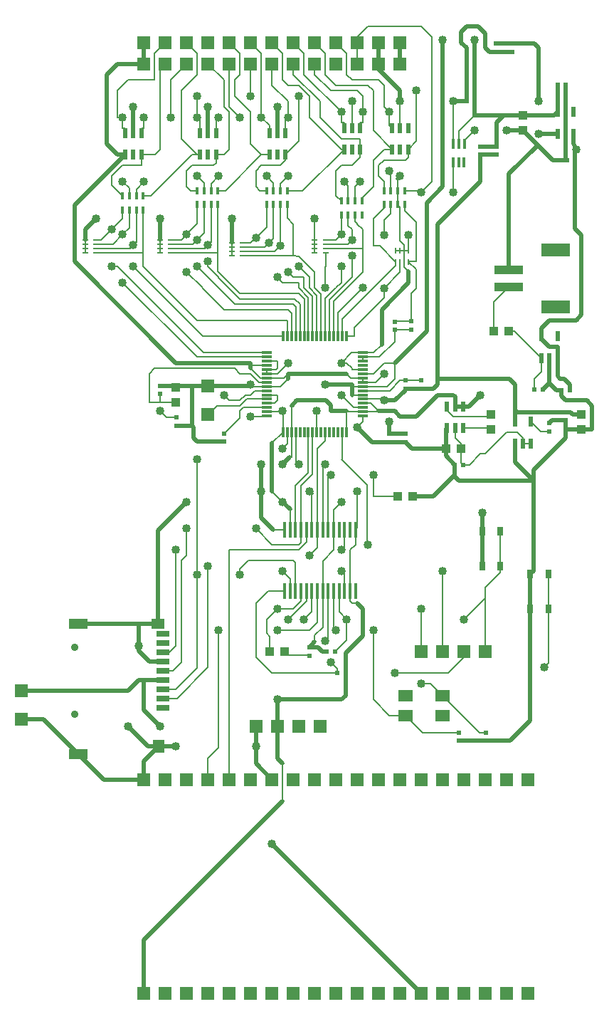
<source format=gbr>
G04 DesignSpark PCB Gerber Version 9.0 Build 5138 *
%FSLAX35Y35*%
%MOIN*%
%ADD24R,0.01000X0.02756*%
%ADD13R,0.01181X0.04724*%
%ADD22R,0.01600X0.03500*%
%ADD72R,0.01700X0.07200*%
%ADD25R,0.01800X0.04600*%
%ADD70R,0.02165X0.04724*%
%ADD79R,0.02283X0.04764*%
%ADD16R,0.02362X0.04724*%
%ADD15R,0.02400X0.02400*%
%ADD21R,0.02600X0.04200*%
%ADD20R,0.03937X0.04291*%
%ADD71R,0.03940X0.04330*%
%ADD77R,0.05500X0.06300*%
%ADD28R,0.06000X0.06000*%
%ADD19R,0.06300X0.06300*%
%ADD10C,0.00800*%
%ADD11C,0.02000*%
%ADD75C,0.03600*%
%ADD12C,0.04000*%
%ADD23R,0.02756X0.01000*%
%ADD14R,0.04724X0.01181*%
%ADD17R,0.02400X0.02400*%
%ADD74R,0.06300X0.02700*%
%ADD27R,0.13800X0.03900*%
%ADD29R,0.04291X0.03937*%
%ADD18R,0.04330X0.03940*%
%ADD78R,0.06300X0.04700*%
%ADD76R,0.08700X0.04700*%
%ADD73R,0.07100X0.05500*%
%ADD26R,0.13400X0.05900*%
X0Y0D02*
D02*
D10*
X43100Y364829D02*
Y366797D01*
Y368766*
Y370734*
X48218Y366797D02*
X64163D01*
X65600Y368234*
X48218Y368766D02*
X56131D01*
X60600Y373234*
X48218Y370734D02*
X50600D01*
X55600Y375734*
Y358234D02*
X58100D01*
X95785Y320549*
X98471Y317864*
X128159*
X60600Y350734D02*
X93020Y318315D01*
X95439Y315895*
X128159*
X60600Y384750D02*
Y380734D01*
X55600Y375734*
X61860Y420541D02*
Y423100D01*
X60600*
Y428100*
X63800Y384750D02*
Y376434D01*
X60600Y373234*
X63800Y391250D02*
Y394900D01*
X60600Y398100*
X67000Y384750D02*
Y369634D01*
X65600Y368234*
X67000Y391250D02*
Y394500D01*
X70600Y398100*
X69340Y410659D02*
Y405600D01*
X60600*
X55600Y400600*
Y396250*
X60600Y391250*
X69340Y420541D02*
Y423100D01*
X70600*
Y428100*
X70200Y365734D02*
Y358234D01*
X95334Y333100*
X137805*
Y325541*
X70200Y365734D02*
Y364829D01*
X48218*
X70200Y384750D02*
Y365734D01*
Y391250D02*
X73691D01*
X93100Y410659*
X96860*
X78000Y294600D02*
X80500D01*
X78000Y298600D02*
Y294600D01*
X78100Y364829D02*
Y366797D01*
Y368766D02*
Y366797D01*
Y368766D02*
Y370734D01*
X79400Y156100D02*
X86100D01*
X100600Y170600*
Y218100*
X79400Y169000D02*
X84000D01*
X88100Y173100*
Y220600*
X90600Y223100*
Y235600*
X79400Y177600D02*
X82600D01*
X85600Y180600*
Y225600*
X80500Y294600D02*
X85600D01*
X80600Y453100D02*
X78100Y450600D01*
Y413100*
X75659Y410659*
X69340*
X80600Y463100D02*
X75600Y458100D01*
Y445600*
X63100*
X58100Y440600*
Y428100*
X60600*
X83218Y366797D02*
X99163D01*
X100600Y368234*
X83218Y368766D02*
X93631D01*
X95600Y370734*
X83218D02*
X88100D01*
X90600Y373234*
X85700Y287600D02*
X81100D01*
X78100Y290600*
X90600Y355734D02*
X98100Y348234D01*
Y348100*
X108100Y338100*
X138100*
X139773Y336427*
Y325541*
X90600Y453100D02*
X83100Y445600D01*
Y428100*
X90600Y463100D02*
X95600Y458100D01*
Y448100*
X88100Y440600*
Y418100*
X95541Y410659*
X96860*
X95600Y214085D02*
Y170400D01*
X85600Y160400*
X79400*
X95600Y268100D02*
Y214085D01*
Y358234D02*
X103100Y350734D01*
Y350600*
X113100Y340600*
X140600*
X141742Y339458*
Y325541*
X95600Y387250D02*
Y378234D01*
X90600Y373234*
X95600Y393750D02*
X92450D01*
X90600Y395600*
Y403100*
X93100Y405600*
X103100*
X104340Y406840*
Y410659*
X95600Y428100D02*
Y438100D01*
X96860Y420541D02*
Y426840D01*
X95600Y428100*
X98800Y387250D02*
Y373934D01*
X95600Y370734*
X98800Y393750D02*
Y397400D01*
X95600Y400600*
X102000Y387250D02*
Y369634D01*
X100600Y368234*
X102000Y393750D02*
Y397000D01*
X105600Y400600*
X104340Y410659D02*
X108100D01*
X110600Y413159*
Y430600*
X108100Y433100*
Y445600*
X100600Y453100*
X104340Y420541D02*
Y426840D01*
X105600Y428100*
X105200Y387250D02*
Y356000D01*
X115600Y345600*
X143179*
X145679Y343100*
Y325541*
X105200Y387250D02*
Y364829D01*
X83218*
X105200Y393750D02*
X108691D01*
X125600Y410659*
X105600Y188100D02*
Y133100D01*
X100600Y128100*
Y118100*
X111700Y363429D02*
Y365397D01*
Y367366D02*
Y369334D01*
Y367366D02*
Y365397D01*
X115600Y428100D02*
X110600Y433100D01*
Y453100*
X116818Y365397D02*
X131797D01*
X134500Y368100*
X116818Y367366D02*
X127231D01*
X129200Y369334*
X116818D02*
X120600D01*
X123100Y371834*
X120600Y288100D02*
X127923D01*
X128159Y288336*
X120600Y438100D02*
Y453100D01*
Y463100D02*
X125600Y458100D01*
Y428100*
Y410659D02*
X125541D01*
X120600Y415600*
Y430600*
X113100Y438100*
Y445600*
X115600Y448100*
Y458100*
X110600Y463100*
X128100Y387250D02*
Y376834D01*
X123100Y371834*
X128100Y393750D02*
X124950D01*
X123100Y395600*
Y403100*
X125600Y405600*
X134340*
X136840Y408100*
Y410659*
X128159Y292273D02*
X117273D01*
X115600Y290600*
Y287500*
X108200Y280100*
X128159Y296210D02*
X123290D01*
X123100Y296400*
X118900*
X115600Y293100*
X104800*
X100600Y288900*
X128159Y298179D02*
X133100D01*
Y295600*
X131742Y294242*
X128159*
Y300147D02*
X122647D01*
X120600Y298100*
X118100*
X115600Y295600*
X110600*
X108100Y298100*
X128159Y302116D02*
X121584D01*
X120600Y303100*
X128159Y304084D02*
X124616D01*
X120600Y308100*
X115600*
X113100Y310600*
X75600*
X73100Y308100*
Y294600*
X78000*
X128159Y306053D02*
X125147D01*
X120600Y310600*
X128159Y306053D02*
X136053D01*
X138100Y308100*
X128159Y308021D02*
Y309990D01*
Y308021D02*
X133021D01*
X138100Y313100*
X128159Y311958D02*
X120600D01*
X128159Y313927D02*
X133100D01*
Y310600*
X132490Y309990*
X128159*
X129360Y410659D02*
X125600D01*
X129360Y420541D02*
Y424340D01*
X125600Y428100*
X130600Y275600D02*
X135659Y280659D01*
X135836*
X130600Y463100D02*
X135600Y458100D01*
Y445600*
X138100Y443100*
X143100*
X148100Y438100*
Y428100*
X163041Y413159*
X164360*
X131206Y234994D02*
X136466D01*
X131300Y387250D02*
Y371434D01*
X129200Y369334*
X131300Y393750D02*
Y397400D01*
X128100Y400600*
X133100Y198100D02*
X128100Y193100D01*
Y186600*
X129600Y185100*
Y178100*
X133100Y353234D02*
X135600Y350734D01*
X143100*
Y348234*
X147647Y343687*
Y325541*
X134500Y368100D02*
Y387250D01*
Y393750D02*
Y397000D01*
X138100Y400600*
X135069Y290305D02*
X128159D01*
X135600Y125600D02*
Y108100D01*
Y248100D02*
X130600Y253100D01*
X135836Y280659D02*
Y290069D01*
Y325541D02*
X98294D01*
X65600Y358234*
X136466Y206206D02*
X128706D01*
X123100Y200600*
Y175500*
X130600Y168000*
X161200*
X136840Y420541D02*
Y426840D01*
X138100Y428100*
X137700Y363429D02*
X116818D01*
X137700Y387250D02*
Y381000D01*
X140600Y378100*
Y363263*
X140589Y363253*
X137700Y393750D02*
X144951D01*
X164360Y413159*
X137805Y280659D02*
Y275305D01*
X135600Y273100*
X138100Y305600D02*
X134616Y302116D01*
X128159*
X138100Y355734D02*
X140600Y353234D01*
X145600*
Y348234*
X149616Y344219*
Y325541*
X138100Y428100D02*
Y435600D01*
X130600Y443100*
Y453100*
X138927Y268927D02*
X139773D01*
Y280659*
X139025Y206206D02*
Y212175D01*
X135600Y215600*
X139025Y244675D02*
Y234994D01*
X139773Y280659D02*
Y293100D01*
X140589Y363253D02*
X137700Y363429D01*
X140600Y453100D02*
Y448100D01*
X153100Y435600*
Y428100*
X163100Y418100*
X171840*
Y413159*
X140600Y463100D02*
X145600Y458100D01*
Y448100*
X163100Y430600*
X141585Y206206D02*
Y219615D01*
X140600Y220600*
X119615*
X115600Y216585*
Y214085*
X141742Y280659D02*
Y266958D01*
X143100Y265600*
Y358234D02*
X148100Y353234D01*
Y348234*
X151584Y344750*
Y325541*
X143100Y438100D02*
Y416919D01*
X136840Y410659*
X143710Y325541D02*
Y340600D01*
X141210Y343100*
X115600*
X105600Y353100*
Y353234*
X100600Y358234*
Y360734*
X144143Y206206D02*
Y201643D01*
X140600Y198100*
X133100*
X144143Y234994D02*
Y229143D01*
X143100Y228100*
X130600*
X123100Y235600*
X146702Y206206D02*
Y201702D01*
X138100Y193100*
X146702Y234994D02*
Y229202D01*
X143100Y225600*
X110600*
Y118100*
X147647Y280659D02*
Y261663D01*
X141585Y255600*
Y234994*
X148000Y176100D02*
Y176200D01*
X138500*
X136600Y178100*
X149261Y206206D02*
Y196761D01*
X145600Y193100*
X149261Y234994D02*
Y251939D01*
X149616Y280659D02*
Y261072D01*
X144143Y255600*
Y234994*
X150600Y182600D02*
Y185600D01*
X154380Y189380*
Y206206*
X150600Y364829D02*
Y366797D01*
Y368766*
Y370734*
Y380466*
Y453100D02*
Y448100D01*
X158100Y440600*
X170600*
X173100Y438100*
Y430600*
X151584Y280659D02*
Y290600D01*
X151820Y206206D02*
Y191820D01*
X148100Y188100*
X133100*
X151820Y234994D02*
Y226820D01*
X148100Y223100*
X153553Y325541D02*
Y345281D01*
X150600Y348234*
Y355600*
X143100Y363100*
X140589Y363253*
X154380Y234994D02*
Y264380D01*
X155600Y265600*
X155521Y280659D02*
Y276801D01*
X151820Y273100*
Y234994*
X155521Y325541D02*
Y343234D01*
X160521Y348234*
X160600*
X163100Y350734*
Y358234*
X155718Y364829D02*
Y358352D01*
X155600Y358234*
Y348234*
X155718Y366797D02*
X173100D01*
X155718Y368766D02*
X166131D01*
X168100Y370734*
X155718D02*
X160600D01*
X163100Y373234*
X156939Y206206D02*
Y184439D01*
X155600Y183100*
X156939Y234994D02*
Y259439D01*
X158100Y260600*
X157490Y325541D02*
Y342624D01*
X168100Y353234*
Y363234*
X159458Y325541D02*
Y342093D01*
X173100Y355734*
Y366797*
X159498Y206206D02*
Y189202D01*
X160600Y188100*
X159498Y234994D02*
Y225600D01*
X154380Y220482*
Y206206*
X159498Y234994D02*
Y244498D01*
X163100Y248100*
X160600Y463100D02*
X165600Y458100D01*
Y448100*
X168100Y445600*
X180600*
X183100Y443100*
Y433100*
X185600Y430600*
X161200Y168000D02*
Y170000D01*
X158100Y173100*
X162057Y206206D02*
Y196643D01*
X165600Y193100*
X163100Y313100D02*
X165600D01*
X168100Y310600*
Y309990*
X173041*
X163100Y382384D02*
Y373234D01*
Y430600D02*
Y425600D01*
X164360*
Y423041*
X163395Y280659D02*
Y268100D01*
X163248Y267952*
X175305Y255895*
Y228100*
X175600*
X163395Y325541D02*
Y333530D01*
X188631Y358766*
Y360482*
X164615Y206206D02*
Y214085D01*
X163100Y215600*
X164615Y234994D02*
Y227115D01*
X163100Y225600*
X165364Y280659D02*
Y290305D01*
Y290600D02*
Y290305D01*
Y325541D02*
X169301D01*
Y329830*
X183100Y343629*
Y348100*
X165600Y193100D02*
Y183500D01*
X160100Y178000*
X166300Y382384D02*
Y377400D01*
X168100Y375600*
Y370734*
X166300Y388884D02*
Y396160D01*
X164360Y398100*
X167175Y206206D02*
Y201525D01*
X168100Y200600*
X170600*
X168100Y423041D02*
Y435600D01*
X169500Y382384D02*
Y379334D01*
X170600Y378234*
Y378100*
X173100Y375600*
Y366797*
X169500Y388884D02*
Y395760D01*
X171840Y398100*
X169734Y234994D02*
Y228100D01*
X167175Y225541*
Y206206*
X170600Y253100D02*
Y235860D01*
X169734Y234994*
X170600Y463100D02*
Y453100D01*
X171840Y413159D02*
Y409340D01*
X168100Y405600*
X163100*
X160600Y403100*
Y391384*
X163100Y388884*
X172700D02*
Y390200D01*
X178100Y395600*
Y408159*
X183100Y413159*
X186860*
X173041Y288336D02*
Y285541D01*
X170600Y283100*
X173041Y290305D02*
X180305D01*
X180600Y290600*
X173041Y290305D02*
X165364D01*
X173041Y292273D02*
X168927D01*
X163100Y298100*
X173041Y294242D02*
X176958D01*
X180600Y290600*
X173041Y296210D02*
X182490D01*
X173041Y298179D02*
X168100D01*
X173041Y300147D02*
X185747D01*
X190600Y305000*
X193000*
X173041Y302116D02*
X168100D01*
X173041D02*
X184616D01*
X188100Y305600*
Y313100*
X173041Y304084D02*
X179084D01*
X183100Y308100*
X173041Y304084D02*
Y306053D01*
X167647*
X165600Y308100*
X173041Y308021D02*
X178021D01*
X183100Y313100*
X188100*
X173041Y313927D02*
X173034Y314903D01*
Y315889*
X173041Y315895*
X180795*
X188000Y323100*
Y328600*
X173041Y317864D02*
X167864D01*
X163100Y313100*
X173100Y348234D02*
X161427Y336561D01*
Y325541*
X173100Y430600D02*
Y425600D01*
X171840*
Y423041*
X178100Y188100D02*
Y155600D01*
X185600Y148100*
X193100*
X182037Y321801D02*
X178100Y317864D01*
X173041*
X183100Y373100D02*
Y379900D01*
X186300Y383100*
Y387250*
X183100D02*
Y385600D01*
X178100Y380600*
Y368100*
X181013*
X188631Y360482*
X183100Y393750D02*
Y398100D01*
X180600Y400600*
Y405600*
X183100Y408100*
X193100*
X194340Y409340*
Y413159*
X185600Y430600D02*
Y424301D01*
X186860Y423041*
X186300Y393750D02*
Y402400D01*
X185600Y403100*
X186860Y413159D02*
X178100Y421919D01*
Y440600*
X175600Y443100*
X160600*
X155600Y448100*
Y458100*
X150600Y463100*
X188000Y328600D02*
X195600D01*
X195700Y328700*
X189500Y387250D02*
Y393750D01*
Y399500*
X189600Y250600D02*
X178100D01*
Y260600*
X190600Y360482D02*
Y355600D01*
X183100Y348100*
X190600Y365600D02*
X188631D01*
X190600D02*
X192569D01*
X190600Y435600D02*
Y423041D01*
X192569Y360482D02*
Y365600D01*
Y360482D02*
Y358100D01*
X194537Y356131*
X192569Y365600D02*
Y368231D01*
X190600Y370200*
Y386150*
X189500Y387250*
X192700Y393750D02*
X199950D01*
X200600Y393100*
X193000Y305000D02*
X200500D01*
X194340Y413159D02*
X198100Y416919D01*
Y440600*
X194537Y360482D02*
X198100Y356919D01*
Y348100*
X195700Y345700*
Y332600*
X194537Y360482D02*
X194655Y360600D01*
X198100*
Y378950*
X192700Y384350*
Y387250*
X194537Y365600D02*
Y373100D01*
Y365600D02*
X192569D01*
X195700Y332600D02*
X188100D01*
X188000Y332500*
X200600Y163100D02*
X204800D01*
X210400Y157500*
X200600Y178100D02*
Y198100D01*
Y393100D02*
X205600Y398100D01*
Y465600*
X200600Y470600*
X175600*
X170600Y465600*
Y463100*
X210600Y215600D02*
Y178100D01*
X212600Y292836D02*
Y291100D01*
X215600Y288100*
X232100*
X233100Y289100*
X215600Y407000D02*
Y393100D01*
Y435600D02*
Y415600D01*
X218159D02*
Y421659D01*
X225600Y429100*
X218200Y140100D02*
X201100D01*
X193100Y148100*
X219100Y273100D02*
Y266500D01*
X220100Y265500*
X219100Y273100D02*
Y275340D01*
X216340Y278100*
Y282600*
X220080D02*
X232600D01*
X233100Y282100*
X220100Y265500D02*
X223100D01*
X228200Y270600*
X230600*
X240600Y280600*
X245600*
X248100Y278100*
Y275458*
X220600Y178100D02*
Y175500D01*
X213100Y168000*
X188100*
X220718Y415600D02*
Y417218D01*
X225600Y422100*
X230600Y178100D02*
Y208100D01*
Y203100*
X220600Y193100*
X230700Y140100D02*
X227800D01*
X210400Y157500*
X234600Y328100D02*
Y341800D01*
X241600Y348800*
X237600Y217900D02*
Y215100D01*
X230600Y208100*
X237600Y234300D02*
Y217900D01*
X241600Y328100D02*
X244100D01*
X256742Y315458*
X256860*
X248100Y275458D02*
X251840D01*
X256860Y315458D02*
Y308860D01*
X253600Y305600*
Y300700*
X260100Y197900D02*
Y172600D01*
X258100Y170600*
X260100Y214300D02*
Y197900D01*
X260500Y281100D02*
X256482D01*
X251840Y285742*
D02*
D11*
X13100Y146400D02*
X23400D01*
X39700Y130100*
X13100Y159800D02*
X63200D01*
X68100Y164700*
X70600*
X39700Y191100D02*
X68100D01*
X43100Y370734D02*
Y375600D01*
X48100Y380600*
X61860Y410659D02*
X58041D01*
X53100Y415600*
Y448100*
X58100Y453100*
X70600*
X65600Y420541D02*
Y433100D01*
X68100Y180600D02*
Y191100D01*
Y180600D02*
Y178300D01*
X73100Y173300*
X79400*
X68100Y191100D02*
X77100D01*
X70600Y118100D02*
Y126700D01*
X77500Y133600*
X70600Y118100D02*
X51700D01*
X39700Y130100*
X70600Y164700D02*
Y150600D01*
X78100Y143100*
X70600Y164700D02*
X79400D01*
X70600Y463100D02*
Y453100D01*
X77100Y191100D02*
Y234600D01*
X90600Y248100*
X77500Y133600D02*
X85600D01*
X77500D02*
X72600D01*
X63100Y143100*
X78000Y302500D02*
X84700D01*
X85600Y301600*
X78100Y380600D02*
Y370734D01*
X85700Y283700D02*
X93100D01*
Y302300D02*
Y283700D01*
Y302300D02*
X86300D01*
X85600Y301600*
X100600Y302300D02*
X93100D01*
X100600D02*
X119800D01*
X120600Y303100*
X100600Y420541D02*
Y433100D01*
X108200Y276200D02*
X95600D01*
X93700Y278100*
Y283100*
X93100Y283700*
X111700Y369334D02*
Y380600D01*
X120600Y310600D02*
Y311958D01*
Y313100*
X85600*
X38100Y360600*
Y386899*
X61860Y410659*
X123100Y133600D02*
Y125600D01*
X130600Y118100*
X123100Y143100D02*
Y133600D01*
X125600Y253100D02*
Y240600D01*
X131206Y234994*
X125600Y265600D02*
Y253100D01*
X130600D02*
Y275600D01*
X133100Y143100D02*
Y155600D01*
Y143100D02*
Y128100D01*
X135600Y125600*
X133100Y420541D02*
Y433100D01*
X135334Y290570D02*
X135069Y290305D01*
X135600Y108100D02*
X70600Y43100D01*
Y18100*
X135600Y248100D02*
X139025Y244675D01*
X135600Y265600D02*
X138927Y268927D01*
X135836Y290069D02*
X135334Y290570D01*
X138100Y308100D02*
Y305600D01*
X139773Y293100D02*
X142273Y295600D01*
X155836*
X158100Y293336*
Y290600*
X165364*
X148000Y180000D02*
X150600Y182600D01*
X149261Y251939D02*
X148100Y253100D01*
X150600Y380466D02*
X150466Y380600D01*
X155600Y303100D02*
X168100D01*
Y302116*
X156200Y178000D02*
X154100D01*
X152100Y180000*
X148000*
X165100Y168000D02*
X165000D01*
Y157500*
X163100Y155600*
X133100*
X165600Y308100D02*
X138100D01*
X168100Y298179D02*
Y302116D01*
X170600Y200600D02*
X173100Y198100D01*
Y185500*
X165100Y177500*
Y168000*
X180600Y463100D02*
Y453100D01*
X182490Y296210D02*
X183100Y295600D01*
X185500Y276100D02*
X177600D01*
X170600Y283100*
X185500Y276100D02*
X193000D01*
X185500Y280000D02*
X193000D01*
X185500D02*
Y285600D01*
X189500Y399500D02*
X190600Y400600D01*
Y435600D02*
Y440600D01*
X180600Y450600*
Y453100*
X190600Y463100D02*
Y453100D01*
X193000Y301100D02*
Y300500D01*
X188100Y295600*
X183100*
X193000Y301100D02*
X200500D01*
X194537Y356131D02*
Y350600D01*
X182037Y338100*
Y321801*
X196600Y250600D02*
X206200D01*
X216200Y260600*
X200500Y301100D02*
X206100D01*
X208100Y303100*
Y305600*
X200600Y18100D02*
X130600Y88100D01*
X208100Y305600D02*
Y378100D01*
X228100Y398100*
Y410600*
X208100Y305600D02*
X241860D01*
X244360Y303100*
Y290600*
X210600Y464500D02*
Y395600D01*
X203100Y388100*
Y328100*
X188100Y313100*
X212100Y273100D02*
Y269600D01*
X216200Y265500*
X212100Y273100D02*
Y282100D01*
X212600Y282600*
X212100Y273100D02*
X196000D01*
X193000Y276100*
X216200Y260600D02*
Y260000D01*
X218100Y258100*
X253100*
X216200Y265500D02*
Y260600D01*
X216340Y292836D02*
Y297360D01*
X215600Y298100*
X208100*
X198100Y288100*
X190600*
X188100Y290600*
X180600*
X216340Y292836D02*
X220080D01*
X218200Y136200D02*
X230700D01*
X220080Y292836D02*
X222836D01*
X228100Y298100*
X221700Y450600D02*
X221700Y443100D01*
Y435600D02*
X215600D01*
X215600Y435600*
X221700Y443100D02*
Y435600D01*
Y458100D02*
Y460600D01*
X219200Y463100*
Y468100*
X221700Y470600*
X227300*
X230600Y467300*
Y460600*
X232500Y458700*
X235600*
X221700Y458100D02*
X221700Y450600D01*
X225600D02*
X225600Y443100D01*
Y429100D02*
Y435600D01*
Y443100D02*
Y435600D01*
Y458100D02*
Y464500D01*
Y458100D02*
X225600Y450600D01*
X228100Y410600D02*
X235700D01*
X228100Y414500D02*
X235700D01*
X229100Y234300D02*
Y217900D01*
Y234300D02*
Y243100D01*
X230700Y136200D02*
X242200D01*
X251600Y145600*
Y197900*
X235600Y458700D02*
X243100D01*
X235600Y462600D02*
X243100D01*
X235700Y414500D02*
Y425600D01*
X239200Y429100*
X253100*
X241600Y356700D02*
Y401600D01*
X255100Y415100*
X244360Y275458D02*
Y266840D01*
X253100Y258100*
X244360Y285742D02*
Y290600D01*
Y291360*
X245620Y290100*
X268200*
X248100Y422100D02*
X255100Y415100D01*
X248100Y422100D02*
X240600D01*
X248100Y429100D02*
X253100D01*
X251600Y214300D02*
Y197900D01*
X253100Y258100D02*
Y263100D01*
X268100Y278100*
Y282100*
X253100Y258100D02*
Y215800D01*
X251600Y214300*
X253100Y429100D02*
X262718D01*
X264360Y430742*
X253100Y429100D02*
X225600D01*
X255100Y415100D02*
X262200Y408000D01*
X268700*
X255600Y420458D02*
X264360D01*
X255600Y435600D02*
Y460600D01*
X253600Y462600*
X243100*
X256860Y325742D02*
Y324340D01*
X260600Y320600*
X264340*
Y315458*
X260600Y303800D02*
X257500Y300700D01*
X260600Y315458D02*
Y303800D01*
X264340Y315458D02*
Y306860D01*
X265600Y305600*
X267600*
X270100Y303100*
Y300500*
X264360Y430742D02*
Y440580D01*
X264340Y440600*
Y443200*
X266200Y300500D02*
X263900D01*
X260600Y303800*
X268100Y282100D02*
Y286100D01*
X268200Y286200*
X268100Y420458D02*
Y408600D01*
X268700Y408000*
X268100Y420458D02*
Y443060D01*
X268240Y443200*
X268200Y286200D02*
X261700D01*
X260500Y285000*
X271840Y420458D02*
Y415600D01*
X272600Y414840*
Y413100*
X273100*
X272600Y408000D02*
Y376100D01*
X275600Y373100*
Y335600*
X273100Y333100*
X260600*
X256860Y329360*
Y325742*
X272600Y408000D02*
Y412600D01*
X273100Y413100*
X275600Y282100D02*
X268100D01*
X275600D02*
X280600D01*
Y293100*
X278100Y295600*
X268200*
X266200Y297600*
Y300500*
X275600Y289100D02*
X271600D01*
X270600Y290100*
X268200*
D02*
D12*
X48100Y380600D03*
X55600Y358234D03*
Y375734D03*
X60600Y350734D03*
Y373234D03*
Y398100D03*
Y428100D03*
X63100Y143100D03*
X65600Y358234D03*
Y368234D03*
Y433100D03*
X68100Y180600D03*
X70600Y398100D03*
Y428100D03*
X78100Y143100D03*
Y290600D03*
Y380600D03*
X83100Y428100D03*
X85600Y133600D03*
Y225600D03*
X90600Y235600D03*
Y248100D03*
Y355734D03*
Y373234D03*
X95600Y214085D03*
Y268100D03*
Y358234D03*
Y370734D03*
Y400600D03*
Y428100D03*
Y438100D03*
X100600Y218100D03*
Y360734D03*
Y368234D03*
Y433100D03*
X105600Y188100D03*
Y400600D03*
Y428100D03*
X108100Y298100D03*
X111700Y380600D03*
X115600Y214085D03*
Y428100D03*
X120600Y288100D03*
Y303100D03*
Y438100D03*
X123100Y133600D03*
Y235600D03*
Y371834D03*
X125600Y253100D03*
Y265600D03*
Y428100D03*
X128100Y400600D03*
X129200Y369334D03*
X130600Y88100D03*
X133100Y155600D03*
Y188100D03*
Y198100D03*
Y353234D03*
Y433100D03*
X134500Y368100D03*
X135334Y290570D03*
X135600Y215600D03*
Y248100D03*
Y265600D03*
Y273100D03*
X138100Y193100D03*
Y313100D03*
Y355734D03*
Y400600D03*
Y428100D03*
X143100Y265600D03*
Y358234D03*
Y438100D03*
X145600Y193100D03*
X148100Y223100D03*
Y253100D03*
X150466Y380600D03*
X151584Y290600D03*
X155600Y183100D03*
Y265600D03*
Y303100D03*
Y348234D03*
X158100Y173100D03*
Y260600D03*
X160600Y188100D03*
X163100Y215600D03*
Y225600D03*
Y248100D03*
Y298100D03*
Y313100D03*
Y358234D03*
Y373234D03*
Y430600D03*
X164360Y398100D03*
X165600Y193100D03*
X168100Y363234D03*
Y370734D03*
Y435600D03*
X170600Y253100D03*
Y283100D03*
X171840Y398100D03*
X173100Y348234D03*
Y430600D03*
X175600Y228100D03*
X178100Y188100D03*
Y260600D03*
X183100Y295600D03*
Y308100D03*
Y348100D03*
Y373100D03*
X185500Y285600D03*
X185600Y403100D03*
Y430600D03*
X188100Y168000D03*
X190600Y400600D03*
Y435600D03*
X194537Y373100D03*
X198100Y440600D03*
X200600Y163100D03*
Y198100D03*
Y393100D03*
X210600Y215600D03*
Y464500D03*
X215600Y393100D03*
Y435600D03*
X220600Y193100D03*
X225600Y422100D03*
Y464500D03*
X228100Y298100D03*
X229100Y243100D03*
X240600Y422100D03*
X255600Y420458D03*
Y435600D03*
X258100Y170600D03*
X273100Y413100D03*
D02*
D13*
X135836Y280659D03*
Y325541D03*
X137805Y280659D03*
Y325541D03*
X139773Y280659D03*
Y325541D03*
X141742Y280659D03*
Y325541D03*
X143710Y280659D03*
Y325541D03*
X145679Y280659D03*
Y325541D03*
X147647Y280659D03*
Y325541D03*
X149616Y280659D03*
Y325541D03*
X151584Y280659D03*
Y325541D03*
X153553Y280659D03*
Y325541D03*
X155521Y280659D03*
Y325541D03*
X157490Y280659D03*
Y325541D03*
X159458Y280659D03*
Y325541D03*
X161427Y280659D03*
Y325541D03*
X163395Y280659D03*
Y325541D03*
X165364Y280659D03*
Y325541D03*
D02*
D14*
X128159Y288336D03*
Y290305D03*
Y292273D03*
Y294242D03*
Y296210D03*
Y298179D03*
Y300147D03*
Y302116D03*
Y304084D03*
Y306053D03*
Y308021D03*
Y309990D03*
Y311958D03*
Y313927D03*
Y315895D03*
Y317864D03*
X173041Y288336D03*
Y290305D03*
Y292273D03*
Y294242D03*
Y296210D03*
Y298179D03*
Y300147D03*
Y302116D03*
Y304084D03*
Y306053D03*
Y308021D03*
Y309990D03*
Y311958D03*
Y313927D03*
Y315895D03*
Y317864D03*
D02*
D15*
X78000Y298600D03*
Y302500D03*
X85700Y283700D03*
Y287600D03*
X108200Y276200D03*
Y280100D03*
X148000Y176100D03*
Y180000D03*
X185500Y276100D03*
Y280000D03*
X188000Y328600D03*
Y332500D03*
X193000Y276100D03*
Y280000D03*
Y301100D03*
Y305000D03*
X195700Y328700D03*
Y332600D03*
X200500Y301100D03*
Y305000D03*
X218200Y136200D03*
Y140100D03*
X228100Y410600D03*
Y414500D03*
X230700Y136200D03*
Y140100D03*
X235600Y458700D03*
Y462600D03*
X235700Y410600D03*
Y414500D03*
X243100Y458700D03*
Y462600D03*
X260500Y281100D03*
Y285000D03*
X268200Y286200D03*
Y290100D03*
D02*
D16*
X244360Y275458D03*
Y285742D03*
X248100Y275458D03*
X251840D03*
Y285742D03*
X256860Y315458D03*
Y325742D03*
X260600Y315458D03*
X264340D03*
Y325742D03*
X264360Y420458D03*
Y430742D03*
X268100Y420458D03*
X271840D03*
Y430742D03*
D02*
D17*
X156200Y178000D03*
X160100D03*
X161200Y168000D03*
X165100D03*
X216200Y265500D03*
X220100D03*
X221700Y450600D03*
X221700Y435600D03*
Y443100D03*
Y458100D03*
X225600Y450600D03*
X225600Y435600D03*
Y443100D03*
Y458100D03*
X253600Y300700D03*
X257500D03*
X264340Y443200D03*
X266200Y300500D03*
X268240Y443200D03*
X268700Y408000D03*
X270100Y300500D03*
X272600Y408000D03*
D02*
D18*
X85600Y294600D03*
Y301600D03*
X233100Y282100D03*
Y289100D03*
X275600Y282100D03*
Y289100D03*
D02*
D19*
X13100Y146400D03*
Y159800D03*
X100600Y288900D03*
Y302300D03*
D02*
D70*
X212600Y282600D03*
Y292836D03*
X216340Y282600D03*
Y292836D03*
X220080Y282600D03*
Y292836D03*
D02*
D71*
X189600Y250600D03*
X196600D03*
X212100Y273100D03*
X219100D03*
D02*
D20*
X248100Y422100D03*
Y429100D03*
D02*
D21*
X229100Y217900D03*
Y234300D03*
X237600Y217900D03*
Y234300D03*
X251600Y197900D03*
Y214300D03*
X260100Y197900D03*
Y214300D03*
D02*
D22*
X60600Y384750D03*
Y391250D03*
X63800Y384750D03*
Y391250D03*
X67000Y384750D03*
Y391250D03*
X70200Y384750D03*
Y391250D03*
X95600Y387250D03*
Y393750D03*
X98800Y387250D03*
Y393750D03*
X102000Y387250D03*
Y393750D03*
X105200Y387250D03*
Y393750D03*
X128100Y387250D03*
Y393750D03*
X131300Y387250D03*
Y393750D03*
X134500Y387250D03*
Y393750D03*
X137700Y387250D03*
Y393750D03*
X163100Y382384D03*
Y388884D03*
X166300Y382384D03*
Y388884D03*
X169500Y382384D03*
Y388884D03*
X172700Y382384D03*
Y388884D03*
X183100Y387250D03*
Y393750D03*
X186300Y387250D03*
Y393750D03*
X189500Y387250D03*
Y393750D03*
X192700Y387250D03*
Y393750D03*
D02*
D23*
X43100Y364829D03*
Y366797D03*
Y368766D03*
Y370734D03*
X48218Y364829D03*
Y366797D03*
Y368766D03*
Y370734D03*
X78100Y364829D03*
Y366797D03*
Y368766D03*
Y370734D03*
X83218Y364829D03*
Y366797D03*
Y368766D03*
Y370734D03*
X111700Y363429D03*
Y365397D03*
Y367366D03*
Y369334D03*
X116818Y363429D03*
Y365397D03*
Y367366D03*
Y369334D03*
X150600Y364829D03*
Y366797D03*
Y368766D03*
Y370734D03*
X155718Y364829D03*
Y366797D03*
Y368766D03*
Y370734D03*
D02*
D24*
X188631Y360482D03*
Y365600D03*
X190600Y360482D03*
Y365600D03*
X192569Y360482D03*
Y365600D03*
X194537Y360482D03*
Y365600D03*
D02*
D25*
X215600Y407000D03*
Y415600D03*
X218100Y407000D03*
X218159Y415600D03*
X220600Y407000D03*
X220718Y415600D03*
D02*
D26*
X263600Y339500D03*
Y366000D03*
D02*
D27*
X241600Y348800D03*
Y356700D03*
D02*
D28*
X70600Y18100D03*
Y118100D03*
Y453100D03*
Y463100D03*
X80600Y18100D03*
Y118100D03*
Y453100D03*
Y463100D03*
X90600Y18100D03*
Y118100D03*
Y453100D03*
Y463100D03*
X100600Y18100D03*
Y118100D03*
Y453100D03*
Y463100D03*
X110600Y18100D03*
Y118100D03*
Y453100D03*
Y463100D03*
X120600Y18100D03*
Y118100D03*
Y453100D03*
Y463100D03*
X123100Y143100D03*
X130600Y18100D03*
Y118100D03*
Y453100D03*
Y463100D03*
X133100Y143100D03*
X140600Y18100D03*
Y118100D03*
Y453100D03*
Y463100D03*
X143100Y143100D03*
X150600Y18100D03*
Y118100D03*
Y453100D03*
Y463100D03*
X153100Y143100D03*
X160600Y18100D03*
Y118100D03*
Y453100D03*
Y463100D03*
X170600Y18100D03*
Y118100D03*
Y453100D03*
Y463100D03*
X180600Y18100D03*
Y118100D03*
Y453100D03*
Y463100D03*
X190600Y18100D03*
Y118100D03*
Y453100D03*
Y463100D03*
X200600Y18100D03*
Y118100D03*
Y178100D03*
X210600Y18100D03*
Y118100D03*
Y178100D03*
X220600Y18100D03*
Y118100D03*
Y178100D03*
X230600Y18100D03*
Y118100D03*
Y178100D03*
X240600Y18100D03*
Y118100D03*
X250600Y18100D03*
Y118100D03*
D02*
D29*
X129600Y178100D03*
X136600D03*
X234600Y328100D03*
X241600D03*
D02*
D72*
X136466Y206206D03*
Y234994D03*
X139025Y206206D03*
Y234994D03*
X141585Y206206D03*
Y234994D03*
X144143Y206206D03*
Y234994D03*
X146702Y206206D03*
Y234994D03*
X149261Y206206D03*
Y234994D03*
X151820Y206206D03*
Y234994D03*
X154380Y206206D03*
Y234994D03*
X156939Y206206D03*
Y234994D03*
X159498Y206206D03*
Y234994D03*
X162057Y206206D03*
Y234994D03*
X164615Y206206D03*
Y234994D03*
X167175Y206206D03*
Y234994D03*
X169734Y206206D03*
Y234994D03*
D02*
D73*
X193100Y148100D03*
Y157500D03*
X210400Y148100D03*
Y157500D03*
D02*
D74*
X79400Y151800D03*
Y156100D03*
Y160400D03*
Y164700D03*
Y169000D03*
Y173300D03*
Y177600D03*
Y181900D03*
Y186200D03*
D02*
D75*
X38100Y148600D03*
Y180100D03*
D02*
D76*
X39700Y130100D03*
Y191100D03*
D02*
D77*
X77500Y133600D03*
D02*
D78*
X77100Y191100D03*
D02*
D79*
X61860Y410659D03*
Y420541D03*
X65600Y410659D03*
Y420541D03*
X69340Y410659D03*
Y420541D03*
X96860Y410659D03*
Y420541D03*
X100600Y410659D03*
Y420541D03*
X104340Y410659D03*
Y420541D03*
X129360Y410659D03*
Y420541D03*
X133100Y410659D03*
Y420541D03*
X136840Y410659D03*
Y420541D03*
X164360Y413159D03*
Y423041D03*
X168100Y413159D03*
Y423041D03*
X171840Y413159D03*
Y423041D03*
X186860Y413159D03*
Y423041D03*
X190600Y413159D03*
Y423041D03*
X194340Y413159D03*
Y423041D03*
X0Y0D02*
M02*

</source>
